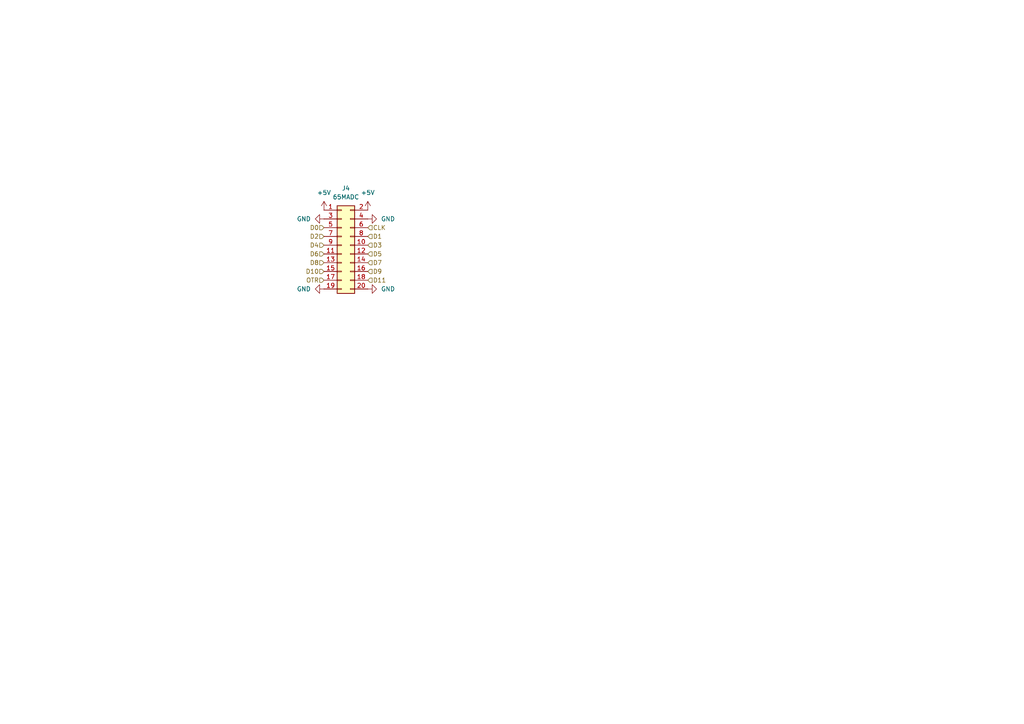
<source format=kicad_sch>
(kicad_sch (version 20231120) (generator "eeschema") (generator_version "8.0")
  (paper "A4")
  (lib_symbols
    (symbol "DAC_PCB:65MADC" (pin_names (offset 1.016) hide)
      (property "Reference" "J" (at 1.27 12.7 0))
      (property "Value" "65MADC" (at 1.27 -15.24 0))
      (symbol "65MADC_1_1"
        (rectangle (start -1.27 -12.573) (end 0 -12.827) (stroke (width 0.1524)))
        (rectangle (start -1.27 -10.033) (end 0 -10.287) (stroke (width 0.1524)))
        (rectangle (start -1.27 -7.493) (end 0 -7.747) (stroke (width 0.1524)))
        (rectangle (start -1.27 -4.953) (end 0 -5.207) (stroke (width 0.1524)))
        (rectangle (start -1.27 -2.413) (end 0 -2.667) (stroke (width 0.1524)))
        (rectangle (start -1.27 0.127) (end 0 -0.127) (stroke (width 0.1524)))
        (rectangle (start -1.27 2.667) (end 0 2.413) (stroke (width 0.1524)))
        (rectangle (start -1.27 5.207) (end 0 4.953) (stroke (width 0.1524)))
        (rectangle (start -1.27 7.747) (end 0 7.493) (stroke (width 0.1524)))
        (rectangle (start -1.27 10.287) (end 0 10.033) (stroke (width 0.1524)))
        (rectangle (start -1.27 11.43) (end 3.81 -13.97) (stroke (width 0.254)) (fill (type background)))
        (rectangle (start 3.81 -12.573) (end 2.54 -12.827) (stroke (width 0.1524)))
        (rectangle (start 3.81 -10.033) (end 2.54 -10.287) (stroke (width 0.1524)))
        (rectangle (start 3.81 -7.493) (end 2.54 -7.747) (stroke (width 0.1524)))
        (rectangle (start 3.81 -4.953) (end 2.54 -5.207) (stroke (width 0.1524)))
        (rectangle (start 3.81 -2.413) (end 2.54 -2.667) (stroke (width 0.1524)))
        (rectangle (start 3.81 0.127) (end 2.54 -0.127) (stroke (width 0.1524)))
        (rectangle (start 3.81 2.667) (end 2.54 2.413) (stroke (width 0.1524)))
        (rectangle (start 3.81 5.207) (end 2.54 4.953) (stroke (width 0.1524)))
        (rectangle (start 3.81 7.747) (end 2.54 7.493) (stroke (width 0.1524)))
        (rectangle (start 3.81 10.287) (end 2.54 10.033) (stroke (width 0.1524)))
        (pin passive line (at -5.08 10.16 0) (length 3.81) (name "Pin_1") (number "1"))
        (pin passive line (at 7.62 0 180) (length 3.81) (name "Pin_10") (number "10"))
        (pin passive line (at -5.08 -2.54 0) (length 3.81) (name "Pin_11") (number "11"))
        (pin passive line (at 7.62 -2.54 180) (length 3.81) (name "Pin_12") (number "12"))
        (pin passive line (at -5.08 -5.08 0) (length 3.81) (name "Pin_13") (number "13"))
        (pin passive line (at 7.62 -5.08 180) (length 3.81) (name "Pin_14") (number "14"))
        (pin passive line (at -5.08 -7.62 0) (length 3.81) (name "Pin_15") (number "15"))
        (pin passive line (at 7.62 -7.62 180) (length 3.81) (name "Pin_16") (number "16"))
        (pin passive line (at -5.08 -10.16 0) (length 3.81) (name "Pin_17") (number "17"))
        (pin passive line (at 7.62 -10.16 180) (length 3.81) (name "Pin_18") (number "18"))
        (pin passive line (at -5.08 -12.7 0) (length 3.81) (name "Pin_19") (number "19"))
        (pin passive line (at 7.62 10.16 180) (length 3.81) (name "Pin_2") (number "2"))
        (pin passive line (at 7.62 -12.7 180) (length 3.81) (name "Pin_20") (number "20"))
        (pin passive line (at -5.08 7.62 0) (length 3.81) (name "Pin_3") (number "3"))
        (pin passive line (at 7.62 7.62 180) (length 3.81) (name "Pin_4") (number "4"))
        (pin passive line (at -5.08 5.08 0) (length 3.81) (name "Pin_5") (number "5"))
        (pin passive line (at 7.62 5.08 180) (length 3.81) (name "Pin_6") (number "6"))
        (pin passive line (at -5.08 2.54 0) (length 3.81) (name "Pin_7") (number "7"))
        (pin passive line (at 7.62 2.54 180) (length 3.81) (name "Pin_8") (number "8"))
        (pin passive line (at -5.08 0 0) (length 3.81) (name "Pin_9") (number "9"))
      )
    )
    (symbol "power:+5V" (power) (pin_numbers hide) (pin_names (offset 0) hide)
      (property "Value" "+5V" (at 0 3.556 0))
      (symbol "+5V_0_1"
        (polyline (pts (xy -0.762 1.27) (xy 0 2.54)))
        (polyline (pts (xy 0 0) (xy 0 2.54)))
        (polyline (pts (xy 0 2.54) (xy 0.762 1.27)))
      )
      (symbol "+5V_1_1"
        (pin power_in line (at 0 0 90) (length 0) (name "~") (number "1"))
      )
    )
    (symbol "power:GND" (power) (pin_numbers hide) (pin_names (offset 0) hide)
      (property "Value" "GND" (at 0 -3.81 0))
      (symbol "GND_0_1"
        (polyline (pts (xy 0 0) (xy 0 -1.27) (xy 1.27 -1.27) (xy 0 -2.54) (xy -1.27 -1.27) (xy 0 -1.27)))
      )
      (symbol "GND_1_1"
        (pin power_in line (at 0 0 270) (length 0) (name "~") (number "1"))
      )
    )
  )
  (hierarchical_label "CLK" (shape input) (at 106.68 66.04 0))
  (hierarchical_label "D2" (shape input) (at 93.98 68.58 180))
  (hierarchical_label "D0" (shape input) (at 93.98 66.04 180))
  (hierarchical_label "D5" (shape input) (at 106.68 73.66 0))
  (hierarchical_label "D11" (shape input) (at 106.68 81.28 0))
  (hierarchical_label "D3" (shape input) (at 106.68 71.12 0))
  (hierarchical_label "D9" (shape input) (at 106.68 78.74 0))
  (hierarchical_label "D4" (shape input) (at 93.98 71.12 180))
  (hierarchical_label "D1" (shape input) (at 106.68 68.58 0))
  (hierarchical_label "D10" (shape input) (at 93.98 78.74 180))
  (hierarchical_label "D7" (shape input) (at 106.68 76.2 0))
  (hierarchical_label "OTR" (shape input) (at 93.98 81.28 180))
  (hierarchical_label "D8" (shape input) (at 93.98 76.2 180))
  (hierarchical_label "D6" (shape input) (at 93.98 73.66 180))
  (symbol (lib_id "power:GND") (at 106.68 83.82 90) (unit 1)
    (property "Reference" "#PWR026" (effects (hide yes)))
    (property "Value" "GND" (at 110.49 83.8199 90) (effects (justify right)))
    (property "Description" "Power symbol creates a global label with name \"GND\" , ground" (effects (hide yes)))
  )
  (symbol (lib_id "power:GND") (at 93.98 83.82 270) (unit 1)
    (property "Reference" "#PWR023" (effects (hide yes)))
    (property "Value" "GND" (at 90.17 83.8199 90) (effects (justify right)))
    (property "Description" "Power symbol creates a global label with name \"GND\" , ground" (effects (hide yes)))
  )
  (symbol (lib_id "power:GND") (at 93.98 63.5 270) (unit 1)
    (property "Reference" "#PWR022" (effects (hide yes)))
    (property "Value" "GND" (at 90.17 63.4999 90) (effects (justify right)))
    (property "Description" "Power symbol creates a global label with name \"GND\" , ground" (effects (hide yes)))
  )
  (symbol (lib_id "power:+5V") (at 93.98 60.96 0) (unit 1)
    (property "Reference" "#PWR021" (effects (hide yes)))
    (property "Value" "+5V" (at 93.98 55.88 0))
    (property "Description" "Power symbol creates a global label with name \"+5V\"" (effects (hide yes)))
  )
  (symbol (lib_id "power:GND") (at 106.68 63.5 90) (unit 1)
    (property "Reference" "#PWR025" (effects (hide yes)))
    (property "Value" "GND" (at 110.49 63.4999 90) (effects (justify right)))
    (property "Description" "Power symbol creates a global label with name \"GND\" , ground" (effects (hide yes)))
  )
  (symbol (lib_id "DAC_PCB:65MADC") (at 99.06 71.12 0) (unit 1)
    (property "Reference" "J4" (at 100.33 54.61 0))
    (property "Value" "65MADC" (at 100.33 57.15 0))
    (property "Footprint" "Library:CONN-TH_DS1011-20RBSIB7-B" (effects (hide yes)))
    (property "Description" "Generic connector, double row, 02x10, odd/even pin numbering scheme (row 1 odd numbers, row 2 even numbers), script generated (kicad-library-utils/schlib/autogen/connector/)" (effects (hide yes)))
  )
  (symbol (lib_id "power:+5V") (at 106.68 60.96 0) (unit 1)
    (property "Reference" "#PWR024" (effects (hide yes)))
    (property "Value" "+5V" (at 106.68 55.88 0))
    (property "Description" "Power symbol creates a global label with name \"+5V\"" (effects (hide yes)))
  )
)
</source>
